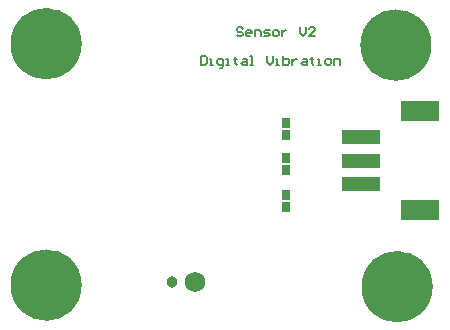
<source format=gts>
%FSLAX23Y23*%
%MOIN*%
G70*
G01*
G75*
G04 Layer_Color=8388736*
%ADD10R,0.118X0.039*%
%ADD11R,0.118X0.059*%
%ADD12R,0.020X0.024*%
%ADD13C,0.010*%
%ADD14C,0.030*%
%ADD15C,0.060*%
%ADD16C,0.236*%
%ADD17C,0.039*%
%ADD18C,0.005*%
%ADD19C,0.059*%
%ADD20R,0.126X0.047*%
%ADD21R,0.126X0.067*%
%ADD22R,0.028X0.032*%
%ADD23C,0.038*%
%ADD24C,0.068*%
D16*
X160Y160D02*
D03*
X1330Y155D02*
D03*
X160Y965D02*
D03*
X1325Y960D02*
D03*
D17*
X249Y160D02*
D03*
X223Y97D02*
D03*
X160Y71D02*
D03*
X97Y97D02*
D03*
X71Y160D02*
D03*
X160Y249D02*
D03*
X223Y223D02*
D03*
X97D02*
D03*
X1419Y155D02*
D03*
X1393Y92D02*
D03*
X1330Y66D02*
D03*
X1267Y92D02*
D03*
X1241Y155D02*
D03*
X1330Y244D02*
D03*
X1393Y218D02*
D03*
X1267D02*
D03*
X249Y965D02*
D03*
X223Y902D02*
D03*
X160Y876D02*
D03*
X97Y902D02*
D03*
X71Y965D02*
D03*
X160Y1054D02*
D03*
X223Y1028D02*
D03*
X97D02*
D03*
X1414Y960D02*
D03*
X1388Y897D02*
D03*
X1325Y871D02*
D03*
X1262Y897D02*
D03*
X1236Y960D02*
D03*
X1325Y1049D02*
D03*
X1388Y1023D02*
D03*
X1262D02*
D03*
D18*
X675Y925D02*
Y895D01*
X690D01*
X695Y900D01*
Y920D01*
X690Y925D01*
X675D01*
X705Y895D02*
X715D01*
X710D01*
Y915D01*
X705D01*
X740Y885D02*
X745D01*
X750Y890D01*
Y915D01*
X735D01*
X730Y910D01*
Y900D01*
X735Y895D01*
X750D01*
X760D02*
X770D01*
X765D01*
Y915D01*
X760D01*
X790Y920D02*
Y915D01*
X785D01*
X795D01*
X790D01*
Y900D01*
X795Y895D01*
X815Y915D02*
X825D01*
X830Y910D01*
Y895D01*
X815D01*
X810Y900D01*
X815Y905D01*
X830D01*
X840Y895D02*
X850D01*
X845D01*
Y925D01*
X840D01*
X895D02*
Y905D01*
X905Y895D01*
X915Y905D01*
Y925D01*
X925Y895D02*
X935D01*
X930D01*
Y915D01*
X925D01*
X950Y925D02*
Y895D01*
X965D01*
X970Y900D01*
Y905D01*
Y910D01*
X965Y915D01*
X950D01*
X980D02*
Y895D01*
Y905D01*
X985Y910D01*
X990Y915D01*
X995D01*
X1015D02*
X1025D01*
X1030Y910D01*
Y895D01*
X1015D01*
X1010Y900D01*
X1015Y905D01*
X1030D01*
X1045Y920D02*
Y915D01*
X1040D01*
X1050D01*
X1045D01*
Y900D01*
X1050Y895D01*
X1065D02*
X1075D01*
X1070D01*
Y915D01*
X1065D01*
X1095Y895D02*
X1105D01*
X1110Y900D01*
Y910D01*
X1105Y915D01*
X1095D01*
X1090Y910D01*
Y900D01*
X1095Y895D01*
X1120D02*
Y915D01*
X1135D01*
X1140Y910D01*
Y895D01*
X815Y1015D02*
X810Y1020D01*
X800D01*
X795Y1015D01*
Y1010D01*
X800Y1005D01*
X810D01*
X815Y1000D01*
Y995D01*
X810Y990D01*
X800D01*
X795Y995D01*
X840Y990D02*
X830D01*
X825Y995D01*
Y1005D01*
X830Y1010D01*
X840D01*
X845Y1005D01*
Y1000D01*
X825D01*
X855Y990D02*
Y1010D01*
X870D01*
X875Y1005D01*
Y990D01*
X885D02*
X900D01*
X905Y995D01*
X900Y1000D01*
X890D01*
X885Y1005D01*
X890Y1010D01*
X905D01*
X920Y990D02*
X930D01*
X935Y995D01*
Y1005D01*
X930Y1010D01*
X920D01*
X915Y1005D01*
Y995D01*
X920Y990D01*
X945Y1010D02*
Y990D01*
Y1000D01*
X950Y1005D01*
X955Y1010D01*
X960D01*
X1005Y1020D02*
Y1000D01*
X1015Y990D01*
X1025Y1000D01*
Y1020D01*
X1055Y990D02*
X1035D01*
X1055Y1010D01*
Y1015D01*
X1050Y1020D01*
X1040D01*
X1035Y1015D01*
D19*
X249Y160D02*
G03*
X249Y160I-89J0D01*
G01*
X1419Y155D02*
G03*
X1419Y155I-89J0D01*
G01*
X249Y965D02*
G03*
X249Y965I-89J0D01*
G01*
X1414Y960D02*
G03*
X1414Y960I-89J0D01*
G01*
D20*
X1210Y654D02*
D03*
Y575D02*
D03*
Y496D02*
D03*
Y654D02*
D03*
D21*
X1407Y740D02*
D03*
Y410D02*
D03*
D22*
X960Y545D02*
D03*
Y585D02*
D03*
X960Y460D02*
D03*
Y420D02*
D03*
X960Y660D02*
D03*
Y700D02*
D03*
D23*
X580Y170D02*
D03*
D24*
X655D02*
D03*
M02*

</source>
